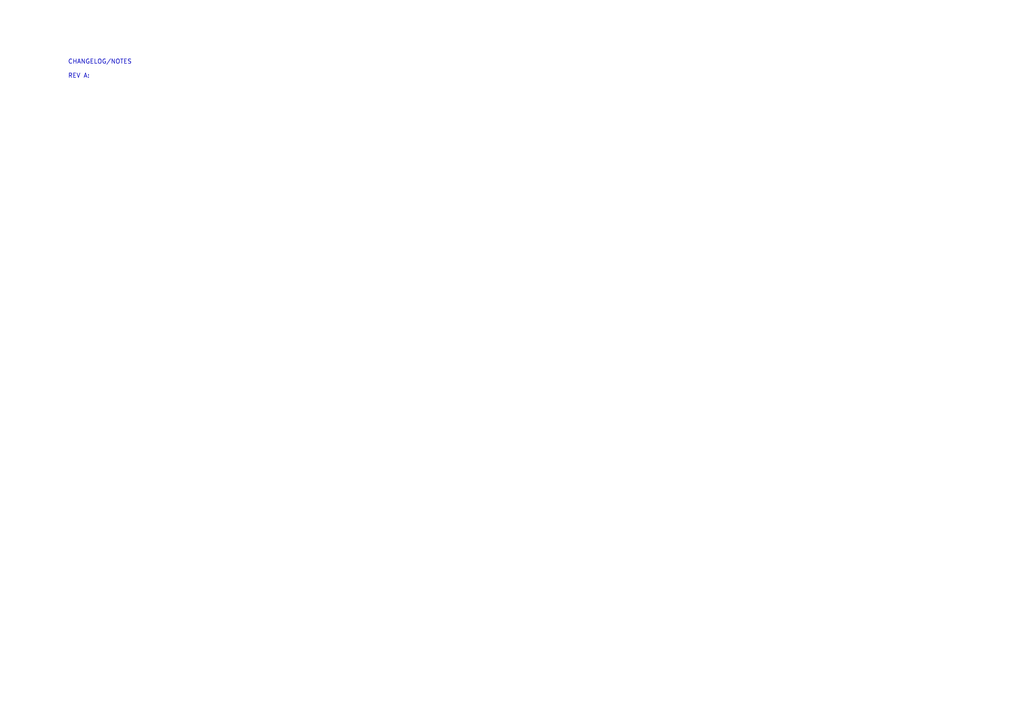
<source format=kicad_sch>
(kicad_sch (version 20211123) (generator eeschema)
  (paper "A4")
  (title_block (title "Main"))
  (lib_symbols)
  (text "CHANGELOG/NOTES\n\nREV A: " (at 19.685 22.86 0) (effects (font (size 1.27 1.27)) (justify left bottom)))
)
</source>
